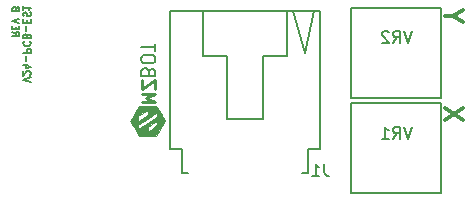
<source format=gbr>
G04 #@! TF.FileFunction,Legend,Bot*
%FSLAX46Y46*%
G04 Gerber Fmt 4.6, Leading zero omitted, Abs format (unit mm)*
G04 Created by KiCad (PCBNEW 4.0.2-stable) date 1/4/2018 10:10:38 PM*
%MOMM*%
G01*
G04 APERTURE LIST*
%ADD10C,0.100000*%
%ADD11C,0.150000*%
%ADD12C,0.140000*%
%ADD13C,0.250000*%
%ADD14C,0.300000*%
%ADD15C,0.010000*%
G04 APERTURE END LIST*
D10*
D11*
X124428571Y-100707143D02*
X123828571Y-100507143D01*
X124428571Y-100307143D01*
X124371429Y-100135714D02*
X124400000Y-100107143D01*
X124428571Y-100050000D01*
X124428571Y-99907143D01*
X124400000Y-99850000D01*
X124371429Y-99821429D01*
X124314286Y-99792857D01*
X124257143Y-99792857D01*
X124171429Y-99821429D01*
X123828571Y-100164286D01*
X123828571Y-99792857D01*
X124228571Y-99278571D02*
X123828571Y-99278571D01*
X124457143Y-99421428D02*
X124028571Y-99564285D01*
X124028571Y-99192857D01*
X124057143Y-98964285D02*
X124057143Y-98507142D01*
X123828571Y-98221428D02*
X124428571Y-98221428D01*
X124428571Y-97992856D01*
X124400000Y-97935714D01*
X124371429Y-97907142D01*
X124314286Y-97878571D01*
X124228571Y-97878571D01*
X124171429Y-97907142D01*
X124142857Y-97935714D01*
X124114286Y-97992856D01*
X124114286Y-98221428D01*
X123885714Y-97278571D02*
X123857143Y-97307142D01*
X123828571Y-97392856D01*
X123828571Y-97449999D01*
X123857143Y-97535714D01*
X123914286Y-97592856D01*
X123971429Y-97621428D01*
X124085714Y-97649999D01*
X124171429Y-97649999D01*
X124285714Y-97621428D01*
X124342857Y-97592856D01*
X124400000Y-97535714D01*
X124428571Y-97449999D01*
X124428571Y-97392856D01*
X124400000Y-97307142D01*
X124371429Y-97278571D01*
X124142857Y-96821428D02*
X124114286Y-96735714D01*
X124085714Y-96707142D01*
X124028571Y-96678571D01*
X123942857Y-96678571D01*
X123885714Y-96707142D01*
X123857143Y-96735714D01*
X123828571Y-96792856D01*
X123828571Y-97021428D01*
X124428571Y-97021428D01*
X124428571Y-96821428D01*
X124400000Y-96764285D01*
X124371429Y-96735714D01*
X124314286Y-96707142D01*
X124257143Y-96707142D01*
X124200000Y-96735714D01*
X124171429Y-96764285D01*
X124142857Y-96821428D01*
X124142857Y-97021428D01*
X124057143Y-96421428D02*
X124057143Y-95964285D01*
X124142857Y-95678571D02*
X124142857Y-95478571D01*
X123828571Y-95392857D02*
X123828571Y-95678571D01*
X124428571Y-95678571D01*
X124428571Y-95392857D01*
X123857143Y-95164285D02*
X123828571Y-95078571D01*
X123828571Y-94935714D01*
X123857143Y-94878571D01*
X123885714Y-94850000D01*
X123942857Y-94821428D01*
X124000000Y-94821428D01*
X124057143Y-94850000D01*
X124085714Y-94878571D01*
X124114286Y-94935714D01*
X124142857Y-95050000D01*
X124171429Y-95107142D01*
X124200000Y-95135714D01*
X124257143Y-95164285D01*
X124314286Y-95164285D01*
X124371429Y-95135714D01*
X124400000Y-95107142D01*
X124428571Y-95050000D01*
X124428571Y-94907142D01*
X124400000Y-94821428D01*
X123828571Y-94249999D02*
X123828571Y-94592856D01*
X123828571Y-94421428D02*
X124428571Y-94421428D01*
X124342857Y-94478571D01*
X124285714Y-94535713D01*
X124257143Y-94592856D01*
X122878571Y-96471429D02*
X123164286Y-96671429D01*
X122878571Y-96814286D02*
X123478571Y-96814286D01*
X123478571Y-96585714D01*
X123450000Y-96528572D01*
X123421429Y-96500000D01*
X123364286Y-96471429D01*
X123278571Y-96471429D01*
X123221429Y-96500000D01*
X123192857Y-96528572D01*
X123164286Y-96585714D01*
X123164286Y-96814286D01*
X123192857Y-96214286D02*
X123192857Y-96014286D01*
X122878571Y-95928572D02*
X122878571Y-96214286D01*
X123478571Y-96214286D01*
X123478571Y-95928572D01*
X123478571Y-95757143D02*
X122878571Y-95557143D01*
X123478571Y-95357143D01*
X123192857Y-94500000D02*
X123164286Y-94414286D01*
X123135714Y-94385714D01*
X123078571Y-94357143D01*
X122992857Y-94357143D01*
X122935714Y-94385714D01*
X122907143Y-94414286D01*
X122878571Y-94471428D01*
X122878571Y-94700000D01*
X123478571Y-94700000D01*
X123478571Y-94500000D01*
X123450000Y-94442857D01*
X123421429Y-94414286D01*
X123364286Y-94385714D01*
X123307143Y-94385714D01*
X123250000Y-94414286D01*
X123221429Y-94442857D01*
X123192857Y-94500000D01*
X123192857Y-94700000D01*
D12*
X134435714Y-99816667D02*
X134378571Y-99659524D01*
X134321429Y-99607143D01*
X134207143Y-99554762D01*
X134035714Y-99554762D01*
X133921429Y-99607143D01*
X133864286Y-99659524D01*
X133807143Y-99764286D01*
X133807143Y-100183333D01*
X135007143Y-100183333D01*
X135007143Y-99816667D01*
X134950000Y-99711905D01*
X134892857Y-99659524D01*
X134778571Y-99607143D01*
X134664286Y-99607143D01*
X134550000Y-99659524D01*
X134492857Y-99711905D01*
X134435714Y-99816667D01*
X134435714Y-100183333D01*
X135007143Y-98873809D02*
X135007143Y-98664286D01*
X134950000Y-98559524D01*
X134835714Y-98454762D01*
X134607143Y-98402381D01*
X134207143Y-98402381D01*
X133978571Y-98454762D01*
X133864286Y-98559524D01*
X133807143Y-98664286D01*
X133807143Y-98873809D01*
X133864286Y-98978571D01*
X133978571Y-99083333D01*
X134207143Y-99135714D01*
X134607143Y-99135714D01*
X134835714Y-99083333D01*
X134950000Y-98978571D01*
X135007143Y-98873809D01*
X135007143Y-98088095D02*
X135007143Y-97459524D01*
X133807143Y-97773809D02*
X135007143Y-97773809D01*
D13*
X133852381Y-102440476D02*
X134952381Y-102440476D01*
X134166667Y-102073810D01*
X134952381Y-101707143D01*
X133852381Y-101707143D01*
X134952381Y-101288095D02*
X134952381Y-100554762D01*
X133852381Y-101288095D01*
X133852381Y-100554762D01*
D14*
X161021429Y-102900001D02*
X159521429Y-103900001D01*
X161021429Y-103900001D02*
X159521429Y-102900001D01*
X160235714Y-95100000D02*
X159521429Y-95100000D01*
X161021429Y-94600000D02*
X160235714Y-95100000D01*
X161021429Y-95600000D01*
D11*
X151590000Y-110140000D02*
X159210000Y-110140000D01*
X159210000Y-110140000D02*
X159210000Y-102520000D01*
X159210000Y-102520000D02*
X151590000Y-102520000D01*
X151590000Y-102520000D02*
X151590000Y-110140000D01*
X137520000Y-108408000D02*
X137774000Y-108408000D01*
X137266000Y-108408000D02*
X137266000Y-106376000D01*
X147934000Y-108408000D02*
X147934000Y-106376000D01*
X147934000Y-108408000D02*
X147426000Y-108408000D01*
X137520000Y-108408000D02*
X137266000Y-108408000D01*
X136250000Y-106376000D02*
X136250000Y-94692000D01*
X148950000Y-106376000D02*
X148950000Y-94692000D01*
X147934000Y-106376000D02*
X148950000Y-106376000D01*
X137266000Y-106376000D02*
X136250000Y-106376000D01*
X141076000Y-98502000D02*
X139044000Y-98502000D01*
X146156000Y-98502000D02*
X144124000Y-98502000D01*
X144124000Y-103836000D02*
X141076000Y-103836000D01*
X141076000Y-98502000D02*
X141076000Y-103836000D01*
X144124000Y-98502000D02*
X144124000Y-103836000D01*
X147680000Y-98248000D02*
X148442000Y-94692000D01*
X147680000Y-98248000D02*
X146664000Y-94692000D01*
X139044000Y-98502000D02*
X139044000Y-94692000D01*
X146156000Y-98502000D02*
X146156000Y-94692000D01*
X142600000Y-94692000D02*
X136250000Y-94692000D01*
X148696000Y-94692000D02*
X148950000Y-94692000D01*
X142600000Y-94692000D02*
X148696000Y-94692000D01*
X151590000Y-102040000D02*
X159210000Y-102040000D01*
X159210000Y-102040000D02*
X159210000Y-94420000D01*
X159210000Y-94420000D02*
X151590000Y-94420000D01*
X151590000Y-94420000D02*
X151590000Y-102040000D01*
D15*
G36*
X132889351Y-104011887D02*
X132905572Y-104042034D01*
X132931418Y-104088721D01*
X132965913Y-104150224D01*
X133008085Y-104224822D01*
X133056958Y-104310795D01*
X133111559Y-104406420D01*
X133170915Y-104509975D01*
X133234050Y-104619739D01*
X133249697Y-104646885D01*
X133615668Y-105281545D01*
X135084553Y-105281545D01*
X135450413Y-104646875D01*
X135514303Y-104535799D01*
X135574628Y-104430448D01*
X135630414Y-104332553D01*
X135680690Y-104243843D01*
X135724481Y-104166049D01*
X135760815Y-104100901D01*
X135788719Y-104050128D01*
X135807219Y-104015461D01*
X135815344Y-103998631D01*
X135815642Y-103997443D01*
X135809896Y-103985106D01*
X135793536Y-103954532D01*
X135767542Y-103907454D01*
X135732894Y-103845606D01*
X135690572Y-103770719D01*
X135641557Y-103684526D01*
X135586827Y-103588761D01*
X135527364Y-103485155D01*
X135464147Y-103375442D01*
X135449781Y-103350568D01*
X135158740Y-102846858D01*
X135158740Y-103269615D01*
X135155574Y-103469705D01*
X135152409Y-103669796D01*
X135148381Y-103672448D01*
X135148381Y-103990378D01*
X135151594Y-103999990D01*
X135154364Y-104029036D01*
X135156506Y-104073862D01*
X135157833Y-104130813D01*
X135158182Y-104182387D01*
X135158182Y-104378243D01*
X134761829Y-104639394D01*
X134676215Y-104695684D01*
X134596584Y-104747809D01*
X134524996Y-104794437D01*
X134463513Y-104834237D01*
X134414197Y-104865875D01*
X134379110Y-104888020D01*
X134360314Y-104899338D01*
X134357738Y-104900545D01*
X134355187Y-104889630D01*
X134353005Y-104859401D01*
X134351340Y-104813635D01*
X134350341Y-104756109D01*
X134350118Y-104707159D01*
X134350236Y-104513772D01*
X134744408Y-104254000D01*
X134829901Y-104197719D01*
X134909487Y-104145446D01*
X134981082Y-104098540D01*
X135042602Y-104058363D01*
X135091963Y-104026273D01*
X135127082Y-104003629D01*
X135145875Y-103991793D01*
X135148381Y-103990378D01*
X135148381Y-103672448D01*
X134350000Y-104198125D01*
X133547591Y-104726455D01*
X133544415Y-104534224D01*
X133543640Y-104457219D01*
X133544322Y-104400652D01*
X133546607Y-104361907D01*
X133550643Y-104338368D01*
X133555961Y-104327955D01*
X133567714Y-104319545D01*
X133597286Y-104299449D01*
X133643190Y-104268655D01*
X133703939Y-104228148D01*
X133778048Y-104178913D01*
X133864031Y-104121936D01*
X133960401Y-104058202D01*
X134065673Y-103988697D01*
X134178359Y-103914407D01*
X134296974Y-103836317D01*
X134338454Y-103809034D01*
X134459055Y-103729727D01*
X134574486Y-103653820D01*
X134683233Y-103582308D01*
X134783782Y-103516188D01*
X134874617Y-103456455D01*
X134954225Y-103404105D01*
X135021092Y-103360134D01*
X135073702Y-103325537D01*
X135110542Y-103301311D01*
X135130097Y-103288451D01*
X135132483Y-103286882D01*
X135158740Y-103269615D01*
X135158740Y-102846858D01*
X135084549Y-102718454D01*
X134350000Y-102718454D01*
X134350000Y-103088914D01*
X134349881Y-103287571D01*
X134349763Y-103486227D01*
X133955591Y-103746000D01*
X133870098Y-103802281D01*
X133790512Y-103854554D01*
X133718918Y-103901459D01*
X133657398Y-103941637D01*
X133608036Y-103973727D01*
X133572917Y-103996370D01*
X133554124Y-104008206D01*
X133551619Y-104009621D01*
X133548405Y-104000010D01*
X133545634Y-103970965D01*
X133543492Y-103926141D01*
X133542166Y-103869195D01*
X133541818Y-103817697D01*
X133541818Y-103621924D01*
X134350000Y-103088914D01*
X134350000Y-102718454D01*
X133615668Y-102718454D01*
X133249697Y-103353114D01*
X133185798Y-103464115D01*
X133125444Y-103569321D01*
X133069610Y-103667011D01*
X133019269Y-103755464D01*
X132975396Y-103832957D01*
X132938965Y-103897768D01*
X132910949Y-103948177D01*
X132892322Y-103982462D01*
X132884060Y-103998900D01*
X132883727Y-104000000D01*
X132889351Y-104011887D01*
X132889351Y-104011887D01*
G37*
X132889351Y-104011887D02*
X132905572Y-104042034D01*
X132931418Y-104088721D01*
X132965913Y-104150224D01*
X133008085Y-104224822D01*
X133056958Y-104310795D01*
X133111559Y-104406420D01*
X133170915Y-104509975D01*
X133234050Y-104619739D01*
X133249697Y-104646885D01*
X133615668Y-105281545D01*
X135084553Y-105281545D01*
X135450413Y-104646875D01*
X135514303Y-104535799D01*
X135574628Y-104430448D01*
X135630414Y-104332553D01*
X135680690Y-104243843D01*
X135724481Y-104166049D01*
X135760815Y-104100901D01*
X135788719Y-104050128D01*
X135807219Y-104015461D01*
X135815344Y-103998631D01*
X135815642Y-103997443D01*
X135809896Y-103985106D01*
X135793536Y-103954532D01*
X135767542Y-103907454D01*
X135732894Y-103845606D01*
X135690572Y-103770719D01*
X135641557Y-103684526D01*
X135586827Y-103588761D01*
X135527364Y-103485155D01*
X135464147Y-103375442D01*
X135449781Y-103350568D01*
X135158740Y-102846858D01*
X135158740Y-103269615D01*
X135155574Y-103469705D01*
X135152409Y-103669796D01*
X135148381Y-103672448D01*
X135148381Y-103990378D01*
X135151594Y-103999990D01*
X135154364Y-104029036D01*
X135156506Y-104073862D01*
X135157833Y-104130813D01*
X135158182Y-104182387D01*
X135158182Y-104378243D01*
X134761829Y-104639394D01*
X134676215Y-104695684D01*
X134596584Y-104747809D01*
X134524996Y-104794437D01*
X134463513Y-104834237D01*
X134414197Y-104865875D01*
X134379110Y-104888020D01*
X134360314Y-104899338D01*
X134357738Y-104900545D01*
X134355187Y-104889630D01*
X134353005Y-104859401D01*
X134351340Y-104813635D01*
X134350341Y-104756109D01*
X134350118Y-104707159D01*
X134350236Y-104513772D01*
X134744408Y-104254000D01*
X134829901Y-104197719D01*
X134909487Y-104145446D01*
X134981082Y-104098540D01*
X135042602Y-104058363D01*
X135091963Y-104026273D01*
X135127082Y-104003629D01*
X135145875Y-103991793D01*
X135148381Y-103990378D01*
X135148381Y-103672448D01*
X134350000Y-104198125D01*
X133547591Y-104726455D01*
X133544415Y-104534224D01*
X133543640Y-104457219D01*
X133544322Y-104400652D01*
X133546607Y-104361907D01*
X133550643Y-104338368D01*
X133555961Y-104327955D01*
X133567714Y-104319545D01*
X133597286Y-104299449D01*
X133643190Y-104268655D01*
X133703939Y-104228148D01*
X133778048Y-104178913D01*
X133864031Y-104121936D01*
X133960401Y-104058202D01*
X134065673Y-103988697D01*
X134178359Y-103914407D01*
X134296974Y-103836317D01*
X134338454Y-103809034D01*
X134459055Y-103729727D01*
X134574486Y-103653820D01*
X134683233Y-103582308D01*
X134783782Y-103516188D01*
X134874617Y-103456455D01*
X134954225Y-103404105D01*
X135021092Y-103360134D01*
X135073702Y-103325537D01*
X135110542Y-103301311D01*
X135130097Y-103288451D01*
X135132483Y-103286882D01*
X135158740Y-103269615D01*
X135158740Y-102846858D01*
X135084549Y-102718454D01*
X134350000Y-102718454D01*
X134350000Y-103088914D01*
X134349881Y-103287571D01*
X134349763Y-103486227D01*
X133955591Y-103746000D01*
X133870098Y-103802281D01*
X133790512Y-103854554D01*
X133718918Y-103901459D01*
X133657398Y-103941637D01*
X133608036Y-103973727D01*
X133572917Y-103996370D01*
X133554124Y-104008206D01*
X133551619Y-104009621D01*
X133548405Y-104000010D01*
X133545634Y-103970965D01*
X133543492Y-103926141D01*
X133542166Y-103869195D01*
X133541818Y-103817697D01*
X133541818Y-103621924D01*
X134350000Y-103088914D01*
X134350000Y-102718454D01*
X133615668Y-102718454D01*
X133249697Y-103353114D01*
X133185798Y-103464115D01*
X133125444Y-103569321D01*
X133069610Y-103667011D01*
X133019269Y-103755464D01*
X132975396Y-103832957D01*
X132938965Y-103897768D01*
X132910949Y-103948177D01*
X132892322Y-103982462D01*
X132884060Y-103998900D01*
X132883727Y-104000000D01*
X132889351Y-104011887D01*
D11*
X156709524Y-104512381D02*
X156376191Y-105512381D01*
X156042857Y-104512381D01*
X155138095Y-105512381D02*
X155471429Y-105036190D01*
X155709524Y-105512381D02*
X155709524Y-104512381D01*
X155328571Y-104512381D01*
X155233333Y-104560000D01*
X155185714Y-104607619D01*
X155138095Y-104702857D01*
X155138095Y-104845714D01*
X155185714Y-104940952D01*
X155233333Y-104988571D01*
X155328571Y-105036190D01*
X155709524Y-105036190D01*
X154185714Y-105512381D02*
X154757143Y-105512381D01*
X154471429Y-105512381D02*
X154471429Y-104512381D01*
X154566667Y-104655238D01*
X154661905Y-104750476D01*
X154757143Y-104798095D01*
X149283333Y-107652381D02*
X149283333Y-108366667D01*
X149330953Y-108509524D01*
X149426191Y-108604762D01*
X149569048Y-108652381D01*
X149664286Y-108652381D01*
X148283333Y-108652381D02*
X148854762Y-108652381D01*
X148569048Y-108652381D02*
X148569048Y-107652381D01*
X148664286Y-107795238D01*
X148759524Y-107890476D01*
X148854762Y-107938095D01*
X156709524Y-96412381D02*
X156376191Y-97412381D01*
X156042857Y-96412381D01*
X155138095Y-97412381D02*
X155471429Y-96936190D01*
X155709524Y-97412381D02*
X155709524Y-96412381D01*
X155328571Y-96412381D01*
X155233333Y-96460000D01*
X155185714Y-96507619D01*
X155138095Y-96602857D01*
X155138095Y-96745714D01*
X155185714Y-96840952D01*
X155233333Y-96888571D01*
X155328571Y-96936190D01*
X155709524Y-96936190D01*
X154757143Y-96507619D02*
X154709524Y-96460000D01*
X154614286Y-96412381D01*
X154376190Y-96412381D01*
X154280952Y-96460000D01*
X154233333Y-96507619D01*
X154185714Y-96602857D01*
X154185714Y-96698095D01*
X154233333Y-96840952D01*
X154804762Y-97412381D01*
X154185714Y-97412381D01*
M02*

</source>
